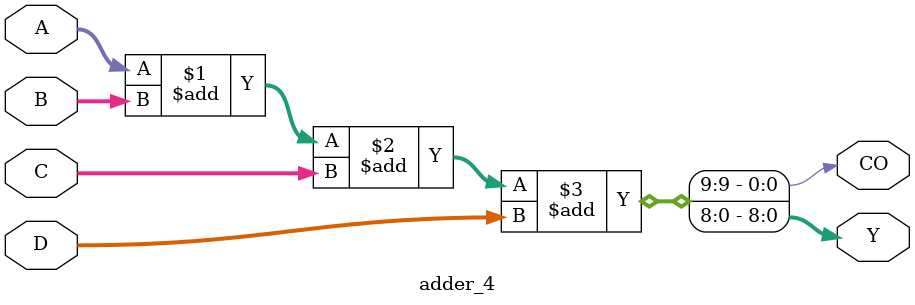
<source format=v>
module adder_4(A,B,C,D,Y,CO);
input [7:0] A,B,C,D;
output [8:0] Y;
output CO;

assign {CO,Y}=((A+B)+C)+D;


endmodule

</source>
